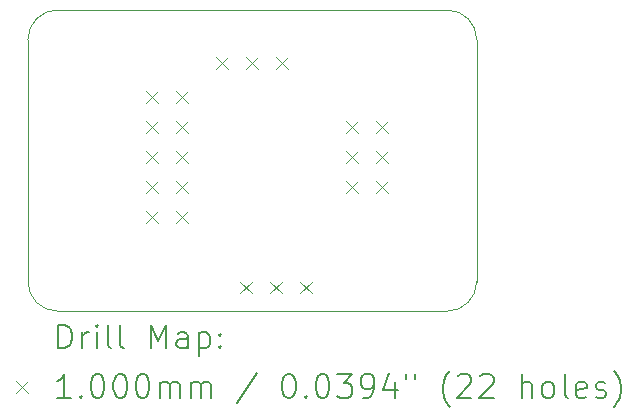
<source format=gbr>
%TF.GenerationSoftware,KiCad,Pcbnew,8.0.5-8.0.5-0~ubuntu20.04.1*%
%TF.CreationDate,2025-01-24T13:48:23+00:00*%
%TF.ProjectId,wchlinke-tagconnect,7763686c-696e-46b6-952d-746167636f6e,rev?*%
%TF.SameCoordinates,Original*%
%TF.FileFunction,Drillmap*%
%TF.FilePolarity,Positive*%
%FSLAX45Y45*%
G04 Gerber Fmt 4.5, Leading zero omitted, Abs format (unit mm)*
G04 Created by KiCad (PCBNEW 8.0.5-8.0.5-0~ubuntu20.04.1) date 2025-01-24 13:48:23*
%MOMM*%
%LPD*%
G01*
G04 APERTURE LIST*
%ADD10C,0.050000*%
%ADD11C,0.200000*%
%ADD12C,0.100000*%
G04 APERTURE END LIST*
D10*
X2750000Y-5300000D02*
G75*
G02*
X2500000Y-5050000I0J250000D01*
G01*
X2500000Y-3000000D02*
G75*
G02*
X2750000Y-2750000I250000J0D01*
G01*
X2500000Y-5050000D02*
X2500000Y-3000000D01*
X2750000Y-5300000D02*
X6050000Y-5300000D01*
X6300000Y-5050000D02*
X6300000Y-3000000D01*
X6300000Y-5050000D02*
G75*
G02*
X6050000Y-5300000I-250000J0D01*
G01*
X6050000Y-2750000D02*
X2750000Y-2750000D01*
X6050000Y-2750000D02*
G75*
G02*
X6300000Y-3000000I0J-250000D01*
G01*
D11*
D12*
X3500000Y-3434000D02*
X3600000Y-3534000D01*
X3600000Y-3434000D02*
X3500000Y-3534000D01*
X3500000Y-3688000D02*
X3600000Y-3788000D01*
X3600000Y-3688000D02*
X3500000Y-3788000D01*
X3500000Y-3942000D02*
X3600000Y-4042000D01*
X3600000Y-3942000D02*
X3500000Y-4042000D01*
X3500000Y-4196000D02*
X3600000Y-4296000D01*
X3600000Y-4196000D02*
X3500000Y-4296000D01*
X3500000Y-4450000D02*
X3600000Y-4550000D01*
X3600000Y-4450000D02*
X3500000Y-4550000D01*
X3754000Y-3434000D02*
X3854000Y-3534000D01*
X3854000Y-3434000D02*
X3754000Y-3534000D01*
X3754000Y-3688000D02*
X3854000Y-3788000D01*
X3854000Y-3688000D02*
X3754000Y-3788000D01*
X3754000Y-3942000D02*
X3854000Y-4042000D01*
X3854000Y-3942000D02*
X3754000Y-4042000D01*
X3754000Y-4196000D02*
X3854000Y-4296000D01*
X3854000Y-4196000D02*
X3754000Y-4296000D01*
X3754000Y-4450000D02*
X3854000Y-4550000D01*
X3854000Y-4450000D02*
X3754000Y-4550000D01*
X4092000Y-3150000D02*
X4192000Y-3250000D01*
X4192000Y-3150000D02*
X4092000Y-3250000D01*
X4296000Y-5050000D02*
X4396000Y-5150000D01*
X4396000Y-5050000D02*
X4296000Y-5150000D01*
X4346000Y-3150000D02*
X4446000Y-3250000D01*
X4446000Y-3150000D02*
X4346000Y-3250000D01*
X4550000Y-5050000D02*
X4650000Y-5150000D01*
X4650000Y-5050000D02*
X4550000Y-5150000D01*
X4600000Y-3150000D02*
X4700000Y-3250000D01*
X4700000Y-3150000D02*
X4600000Y-3250000D01*
X4804000Y-5050000D02*
X4904000Y-5150000D01*
X4904000Y-5050000D02*
X4804000Y-5150000D01*
X5196000Y-3692000D02*
X5296000Y-3792000D01*
X5296000Y-3692000D02*
X5196000Y-3792000D01*
X5196000Y-3946000D02*
X5296000Y-4046000D01*
X5296000Y-3946000D02*
X5196000Y-4046000D01*
X5196000Y-4200000D02*
X5296000Y-4300000D01*
X5296000Y-4200000D02*
X5196000Y-4300000D01*
X5450000Y-3692000D02*
X5550000Y-3792000D01*
X5550000Y-3692000D02*
X5450000Y-3792000D01*
X5450000Y-3946000D02*
X5550000Y-4046000D01*
X5550000Y-3946000D02*
X5450000Y-4046000D01*
X5450000Y-4200000D02*
X5550000Y-4300000D01*
X5550000Y-4200000D02*
X5450000Y-4300000D01*
D11*
X2758277Y-5613984D02*
X2758277Y-5413984D01*
X2758277Y-5413984D02*
X2805896Y-5413984D01*
X2805896Y-5413984D02*
X2834467Y-5423508D01*
X2834467Y-5423508D02*
X2853515Y-5442555D01*
X2853515Y-5442555D02*
X2863039Y-5461603D01*
X2863039Y-5461603D02*
X2872562Y-5499698D01*
X2872562Y-5499698D02*
X2872562Y-5528270D01*
X2872562Y-5528270D02*
X2863039Y-5566365D01*
X2863039Y-5566365D02*
X2853515Y-5585412D01*
X2853515Y-5585412D02*
X2834467Y-5604460D01*
X2834467Y-5604460D02*
X2805896Y-5613984D01*
X2805896Y-5613984D02*
X2758277Y-5613984D01*
X2958277Y-5613984D02*
X2958277Y-5480650D01*
X2958277Y-5518746D02*
X2967801Y-5499698D01*
X2967801Y-5499698D02*
X2977324Y-5490174D01*
X2977324Y-5490174D02*
X2996372Y-5480650D01*
X2996372Y-5480650D02*
X3015420Y-5480650D01*
X3082086Y-5613984D02*
X3082086Y-5480650D01*
X3082086Y-5413984D02*
X3072562Y-5423508D01*
X3072562Y-5423508D02*
X3082086Y-5433031D01*
X3082086Y-5433031D02*
X3091610Y-5423508D01*
X3091610Y-5423508D02*
X3082086Y-5413984D01*
X3082086Y-5413984D02*
X3082086Y-5433031D01*
X3205896Y-5613984D02*
X3186848Y-5604460D01*
X3186848Y-5604460D02*
X3177324Y-5585412D01*
X3177324Y-5585412D02*
X3177324Y-5413984D01*
X3310658Y-5613984D02*
X3291610Y-5604460D01*
X3291610Y-5604460D02*
X3282086Y-5585412D01*
X3282086Y-5585412D02*
X3282086Y-5413984D01*
X3539229Y-5613984D02*
X3539229Y-5413984D01*
X3539229Y-5413984D02*
X3605896Y-5556841D01*
X3605896Y-5556841D02*
X3672562Y-5413984D01*
X3672562Y-5413984D02*
X3672562Y-5613984D01*
X3853515Y-5613984D02*
X3853515Y-5509222D01*
X3853515Y-5509222D02*
X3843991Y-5490174D01*
X3843991Y-5490174D02*
X3824943Y-5480650D01*
X3824943Y-5480650D02*
X3786848Y-5480650D01*
X3786848Y-5480650D02*
X3767801Y-5490174D01*
X3853515Y-5604460D02*
X3834467Y-5613984D01*
X3834467Y-5613984D02*
X3786848Y-5613984D01*
X3786848Y-5613984D02*
X3767801Y-5604460D01*
X3767801Y-5604460D02*
X3758277Y-5585412D01*
X3758277Y-5585412D02*
X3758277Y-5566365D01*
X3758277Y-5566365D02*
X3767801Y-5547317D01*
X3767801Y-5547317D02*
X3786848Y-5537793D01*
X3786848Y-5537793D02*
X3834467Y-5537793D01*
X3834467Y-5537793D02*
X3853515Y-5528270D01*
X3948753Y-5480650D02*
X3948753Y-5680650D01*
X3948753Y-5490174D02*
X3967801Y-5480650D01*
X3967801Y-5480650D02*
X4005896Y-5480650D01*
X4005896Y-5480650D02*
X4024943Y-5490174D01*
X4024943Y-5490174D02*
X4034467Y-5499698D01*
X4034467Y-5499698D02*
X4043991Y-5518746D01*
X4043991Y-5518746D02*
X4043991Y-5575889D01*
X4043991Y-5575889D02*
X4034467Y-5594936D01*
X4034467Y-5594936D02*
X4024943Y-5604460D01*
X4024943Y-5604460D02*
X4005896Y-5613984D01*
X4005896Y-5613984D02*
X3967801Y-5613984D01*
X3967801Y-5613984D02*
X3948753Y-5604460D01*
X4129705Y-5594936D02*
X4139229Y-5604460D01*
X4139229Y-5604460D02*
X4129705Y-5613984D01*
X4129705Y-5613984D02*
X4120182Y-5604460D01*
X4120182Y-5604460D02*
X4129705Y-5594936D01*
X4129705Y-5594936D02*
X4129705Y-5613984D01*
X4129705Y-5490174D02*
X4139229Y-5499698D01*
X4139229Y-5499698D02*
X4129705Y-5509222D01*
X4129705Y-5509222D02*
X4120182Y-5499698D01*
X4120182Y-5499698D02*
X4129705Y-5490174D01*
X4129705Y-5490174D02*
X4129705Y-5509222D01*
D12*
X2397500Y-5892500D02*
X2497500Y-5992500D01*
X2497500Y-5892500D02*
X2397500Y-5992500D01*
D11*
X2863039Y-6033984D02*
X2748753Y-6033984D01*
X2805896Y-6033984D02*
X2805896Y-5833984D01*
X2805896Y-5833984D02*
X2786848Y-5862555D01*
X2786848Y-5862555D02*
X2767801Y-5881603D01*
X2767801Y-5881603D02*
X2748753Y-5891127D01*
X2948753Y-6014936D02*
X2958277Y-6024460D01*
X2958277Y-6024460D02*
X2948753Y-6033984D01*
X2948753Y-6033984D02*
X2939229Y-6024460D01*
X2939229Y-6024460D02*
X2948753Y-6014936D01*
X2948753Y-6014936D02*
X2948753Y-6033984D01*
X3082086Y-5833984D02*
X3101134Y-5833984D01*
X3101134Y-5833984D02*
X3120182Y-5843508D01*
X3120182Y-5843508D02*
X3129705Y-5853031D01*
X3129705Y-5853031D02*
X3139229Y-5872079D01*
X3139229Y-5872079D02*
X3148753Y-5910174D01*
X3148753Y-5910174D02*
X3148753Y-5957793D01*
X3148753Y-5957793D02*
X3139229Y-5995888D01*
X3139229Y-5995888D02*
X3129705Y-6014936D01*
X3129705Y-6014936D02*
X3120182Y-6024460D01*
X3120182Y-6024460D02*
X3101134Y-6033984D01*
X3101134Y-6033984D02*
X3082086Y-6033984D01*
X3082086Y-6033984D02*
X3063039Y-6024460D01*
X3063039Y-6024460D02*
X3053515Y-6014936D01*
X3053515Y-6014936D02*
X3043991Y-5995888D01*
X3043991Y-5995888D02*
X3034467Y-5957793D01*
X3034467Y-5957793D02*
X3034467Y-5910174D01*
X3034467Y-5910174D02*
X3043991Y-5872079D01*
X3043991Y-5872079D02*
X3053515Y-5853031D01*
X3053515Y-5853031D02*
X3063039Y-5843508D01*
X3063039Y-5843508D02*
X3082086Y-5833984D01*
X3272562Y-5833984D02*
X3291610Y-5833984D01*
X3291610Y-5833984D02*
X3310658Y-5843508D01*
X3310658Y-5843508D02*
X3320182Y-5853031D01*
X3320182Y-5853031D02*
X3329705Y-5872079D01*
X3329705Y-5872079D02*
X3339229Y-5910174D01*
X3339229Y-5910174D02*
X3339229Y-5957793D01*
X3339229Y-5957793D02*
X3329705Y-5995888D01*
X3329705Y-5995888D02*
X3320182Y-6014936D01*
X3320182Y-6014936D02*
X3310658Y-6024460D01*
X3310658Y-6024460D02*
X3291610Y-6033984D01*
X3291610Y-6033984D02*
X3272562Y-6033984D01*
X3272562Y-6033984D02*
X3253515Y-6024460D01*
X3253515Y-6024460D02*
X3243991Y-6014936D01*
X3243991Y-6014936D02*
X3234467Y-5995888D01*
X3234467Y-5995888D02*
X3224943Y-5957793D01*
X3224943Y-5957793D02*
X3224943Y-5910174D01*
X3224943Y-5910174D02*
X3234467Y-5872079D01*
X3234467Y-5872079D02*
X3243991Y-5853031D01*
X3243991Y-5853031D02*
X3253515Y-5843508D01*
X3253515Y-5843508D02*
X3272562Y-5833984D01*
X3463039Y-5833984D02*
X3482086Y-5833984D01*
X3482086Y-5833984D02*
X3501134Y-5843508D01*
X3501134Y-5843508D02*
X3510658Y-5853031D01*
X3510658Y-5853031D02*
X3520182Y-5872079D01*
X3520182Y-5872079D02*
X3529705Y-5910174D01*
X3529705Y-5910174D02*
X3529705Y-5957793D01*
X3529705Y-5957793D02*
X3520182Y-5995888D01*
X3520182Y-5995888D02*
X3510658Y-6014936D01*
X3510658Y-6014936D02*
X3501134Y-6024460D01*
X3501134Y-6024460D02*
X3482086Y-6033984D01*
X3482086Y-6033984D02*
X3463039Y-6033984D01*
X3463039Y-6033984D02*
X3443991Y-6024460D01*
X3443991Y-6024460D02*
X3434467Y-6014936D01*
X3434467Y-6014936D02*
X3424943Y-5995888D01*
X3424943Y-5995888D02*
X3415420Y-5957793D01*
X3415420Y-5957793D02*
X3415420Y-5910174D01*
X3415420Y-5910174D02*
X3424943Y-5872079D01*
X3424943Y-5872079D02*
X3434467Y-5853031D01*
X3434467Y-5853031D02*
X3443991Y-5843508D01*
X3443991Y-5843508D02*
X3463039Y-5833984D01*
X3615420Y-6033984D02*
X3615420Y-5900650D01*
X3615420Y-5919698D02*
X3624943Y-5910174D01*
X3624943Y-5910174D02*
X3643991Y-5900650D01*
X3643991Y-5900650D02*
X3672563Y-5900650D01*
X3672563Y-5900650D02*
X3691610Y-5910174D01*
X3691610Y-5910174D02*
X3701134Y-5929222D01*
X3701134Y-5929222D02*
X3701134Y-6033984D01*
X3701134Y-5929222D02*
X3710658Y-5910174D01*
X3710658Y-5910174D02*
X3729705Y-5900650D01*
X3729705Y-5900650D02*
X3758277Y-5900650D01*
X3758277Y-5900650D02*
X3777324Y-5910174D01*
X3777324Y-5910174D02*
X3786848Y-5929222D01*
X3786848Y-5929222D02*
X3786848Y-6033984D01*
X3882086Y-6033984D02*
X3882086Y-5900650D01*
X3882086Y-5919698D02*
X3891610Y-5910174D01*
X3891610Y-5910174D02*
X3910658Y-5900650D01*
X3910658Y-5900650D02*
X3939229Y-5900650D01*
X3939229Y-5900650D02*
X3958277Y-5910174D01*
X3958277Y-5910174D02*
X3967801Y-5929222D01*
X3967801Y-5929222D02*
X3967801Y-6033984D01*
X3967801Y-5929222D02*
X3977324Y-5910174D01*
X3977324Y-5910174D02*
X3996372Y-5900650D01*
X3996372Y-5900650D02*
X4024943Y-5900650D01*
X4024943Y-5900650D02*
X4043991Y-5910174D01*
X4043991Y-5910174D02*
X4053515Y-5929222D01*
X4053515Y-5929222D02*
X4053515Y-6033984D01*
X4443991Y-5824460D02*
X4272563Y-6081603D01*
X4701134Y-5833984D02*
X4720182Y-5833984D01*
X4720182Y-5833984D02*
X4739229Y-5843508D01*
X4739229Y-5843508D02*
X4748753Y-5853031D01*
X4748753Y-5853031D02*
X4758277Y-5872079D01*
X4758277Y-5872079D02*
X4767801Y-5910174D01*
X4767801Y-5910174D02*
X4767801Y-5957793D01*
X4767801Y-5957793D02*
X4758277Y-5995888D01*
X4758277Y-5995888D02*
X4748753Y-6014936D01*
X4748753Y-6014936D02*
X4739229Y-6024460D01*
X4739229Y-6024460D02*
X4720182Y-6033984D01*
X4720182Y-6033984D02*
X4701134Y-6033984D01*
X4701134Y-6033984D02*
X4682087Y-6024460D01*
X4682087Y-6024460D02*
X4672563Y-6014936D01*
X4672563Y-6014936D02*
X4663039Y-5995888D01*
X4663039Y-5995888D02*
X4653515Y-5957793D01*
X4653515Y-5957793D02*
X4653515Y-5910174D01*
X4653515Y-5910174D02*
X4663039Y-5872079D01*
X4663039Y-5872079D02*
X4672563Y-5853031D01*
X4672563Y-5853031D02*
X4682087Y-5843508D01*
X4682087Y-5843508D02*
X4701134Y-5833984D01*
X4853515Y-6014936D02*
X4863039Y-6024460D01*
X4863039Y-6024460D02*
X4853515Y-6033984D01*
X4853515Y-6033984D02*
X4843991Y-6024460D01*
X4843991Y-6024460D02*
X4853515Y-6014936D01*
X4853515Y-6014936D02*
X4853515Y-6033984D01*
X4986848Y-5833984D02*
X5005896Y-5833984D01*
X5005896Y-5833984D02*
X5024944Y-5843508D01*
X5024944Y-5843508D02*
X5034468Y-5853031D01*
X5034468Y-5853031D02*
X5043991Y-5872079D01*
X5043991Y-5872079D02*
X5053515Y-5910174D01*
X5053515Y-5910174D02*
X5053515Y-5957793D01*
X5053515Y-5957793D02*
X5043991Y-5995888D01*
X5043991Y-5995888D02*
X5034468Y-6014936D01*
X5034468Y-6014936D02*
X5024944Y-6024460D01*
X5024944Y-6024460D02*
X5005896Y-6033984D01*
X5005896Y-6033984D02*
X4986848Y-6033984D01*
X4986848Y-6033984D02*
X4967801Y-6024460D01*
X4967801Y-6024460D02*
X4958277Y-6014936D01*
X4958277Y-6014936D02*
X4948753Y-5995888D01*
X4948753Y-5995888D02*
X4939229Y-5957793D01*
X4939229Y-5957793D02*
X4939229Y-5910174D01*
X4939229Y-5910174D02*
X4948753Y-5872079D01*
X4948753Y-5872079D02*
X4958277Y-5853031D01*
X4958277Y-5853031D02*
X4967801Y-5843508D01*
X4967801Y-5843508D02*
X4986848Y-5833984D01*
X5120182Y-5833984D02*
X5243991Y-5833984D01*
X5243991Y-5833984D02*
X5177325Y-5910174D01*
X5177325Y-5910174D02*
X5205896Y-5910174D01*
X5205896Y-5910174D02*
X5224944Y-5919698D01*
X5224944Y-5919698D02*
X5234468Y-5929222D01*
X5234468Y-5929222D02*
X5243991Y-5948269D01*
X5243991Y-5948269D02*
X5243991Y-5995888D01*
X5243991Y-5995888D02*
X5234468Y-6014936D01*
X5234468Y-6014936D02*
X5224944Y-6024460D01*
X5224944Y-6024460D02*
X5205896Y-6033984D01*
X5205896Y-6033984D02*
X5148753Y-6033984D01*
X5148753Y-6033984D02*
X5129706Y-6024460D01*
X5129706Y-6024460D02*
X5120182Y-6014936D01*
X5339229Y-6033984D02*
X5377325Y-6033984D01*
X5377325Y-6033984D02*
X5396372Y-6024460D01*
X5396372Y-6024460D02*
X5405896Y-6014936D01*
X5405896Y-6014936D02*
X5424944Y-5986365D01*
X5424944Y-5986365D02*
X5434468Y-5948269D01*
X5434468Y-5948269D02*
X5434468Y-5872079D01*
X5434468Y-5872079D02*
X5424944Y-5853031D01*
X5424944Y-5853031D02*
X5415420Y-5843508D01*
X5415420Y-5843508D02*
X5396372Y-5833984D01*
X5396372Y-5833984D02*
X5358277Y-5833984D01*
X5358277Y-5833984D02*
X5339229Y-5843508D01*
X5339229Y-5843508D02*
X5329706Y-5853031D01*
X5329706Y-5853031D02*
X5320182Y-5872079D01*
X5320182Y-5872079D02*
X5320182Y-5919698D01*
X5320182Y-5919698D02*
X5329706Y-5938746D01*
X5329706Y-5938746D02*
X5339229Y-5948269D01*
X5339229Y-5948269D02*
X5358277Y-5957793D01*
X5358277Y-5957793D02*
X5396372Y-5957793D01*
X5396372Y-5957793D02*
X5415420Y-5948269D01*
X5415420Y-5948269D02*
X5424944Y-5938746D01*
X5424944Y-5938746D02*
X5434468Y-5919698D01*
X5605896Y-5900650D02*
X5605896Y-6033984D01*
X5558277Y-5824460D02*
X5510658Y-5967317D01*
X5510658Y-5967317D02*
X5634467Y-5967317D01*
X5701134Y-5833984D02*
X5701134Y-5872079D01*
X5777325Y-5833984D02*
X5777325Y-5872079D01*
X6072563Y-6110174D02*
X6063039Y-6100650D01*
X6063039Y-6100650D02*
X6043991Y-6072079D01*
X6043991Y-6072079D02*
X6034468Y-6053031D01*
X6034468Y-6053031D02*
X6024944Y-6024460D01*
X6024944Y-6024460D02*
X6015420Y-5976841D01*
X6015420Y-5976841D02*
X6015420Y-5938746D01*
X6015420Y-5938746D02*
X6024944Y-5891127D01*
X6024944Y-5891127D02*
X6034468Y-5862555D01*
X6034468Y-5862555D02*
X6043991Y-5843508D01*
X6043991Y-5843508D02*
X6063039Y-5814936D01*
X6063039Y-5814936D02*
X6072563Y-5805412D01*
X6139229Y-5853031D02*
X6148753Y-5843508D01*
X6148753Y-5843508D02*
X6167801Y-5833984D01*
X6167801Y-5833984D02*
X6215420Y-5833984D01*
X6215420Y-5833984D02*
X6234468Y-5843508D01*
X6234468Y-5843508D02*
X6243991Y-5853031D01*
X6243991Y-5853031D02*
X6253515Y-5872079D01*
X6253515Y-5872079D02*
X6253515Y-5891127D01*
X6253515Y-5891127D02*
X6243991Y-5919698D01*
X6243991Y-5919698D02*
X6129706Y-6033984D01*
X6129706Y-6033984D02*
X6253515Y-6033984D01*
X6329706Y-5853031D02*
X6339229Y-5843508D01*
X6339229Y-5843508D02*
X6358277Y-5833984D01*
X6358277Y-5833984D02*
X6405896Y-5833984D01*
X6405896Y-5833984D02*
X6424944Y-5843508D01*
X6424944Y-5843508D02*
X6434468Y-5853031D01*
X6434468Y-5853031D02*
X6443991Y-5872079D01*
X6443991Y-5872079D02*
X6443991Y-5891127D01*
X6443991Y-5891127D02*
X6434468Y-5919698D01*
X6434468Y-5919698D02*
X6320182Y-6033984D01*
X6320182Y-6033984D02*
X6443991Y-6033984D01*
X6682087Y-6033984D02*
X6682087Y-5833984D01*
X6767801Y-6033984D02*
X6767801Y-5929222D01*
X6767801Y-5929222D02*
X6758277Y-5910174D01*
X6758277Y-5910174D02*
X6739230Y-5900650D01*
X6739230Y-5900650D02*
X6710658Y-5900650D01*
X6710658Y-5900650D02*
X6691610Y-5910174D01*
X6691610Y-5910174D02*
X6682087Y-5919698D01*
X6891610Y-6033984D02*
X6872563Y-6024460D01*
X6872563Y-6024460D02*
X6863039Y-6014936D01*
X6863039Y-6014936D02*
X6853515Y-5995888D01*
X6853515Y-5995888D02*
X6853515Y-5938746D01*
X6853515Y-5938746D02*
X6863039Y-5919698D01*
X6863039Y-5919698D02*
X6872563Y-5910174D01*
X6872563Y-5910174D02*
X6891610Y-5900650D01*
X6891610Y-5900650D02*
X6920182Y-5900650D01*
X6920182Y-5900650D02*
X6939230Y-5910174D01*
X6939230Y-5910174D02*
X6948753Y-5919698D01*
X6948753Y-5919698D02*
X6958277Y-5938746D01*
X6958277Y-5938746D02*
X6958277Y-5995888D01*
X6958277Y-5995888D02*
X6948753Y-6014936D01*
X6948753Y-6014936D02*
X6939230Y-6024460D01*
X6939230Y-6024460D02*
X6920182Y-6033984D01*
X6920182Y-6033984D02*
X6891610Y-6033984D01*
X7072563Y-6033984D02*
X7053515Y-6024460D01*
X7053515Y-6024460D02*
X7043991Y-6005412D01*
X7043991Y-6005412D02*
X7043991Y-5833984D01*
X7224944Y-6024460D02*
X7205896Y-6033984D01*
X7205896Y-6033984D02*
X7167801Y-6033984D01*
X7167801Y-6033984D02*
X7148753Y-6024460D01*
X7148753Y-6024460D02*
X7139230Y-6005412D01*
X7139230Y-6005412D02*
X7139230Y-5929222D01*
X7139230Y-5929222D02*
X7148753Y-5910174D01*
X7148753Y-5910174D02*
X7167801Y-5900650D01*
X7167801Y-5900650D02*
X7205896Y-5900650D01*
X7205896Y-5900650D02*
X7224944Y-5910174D01*
X7224944Y-5910174D02*
X7234468Y-5929222D01*
X7234468Y-5929222D02*
X7234468Y-5948269D01*
X7234468Y-5948269D02*
X7139230Y-5967317D01*
X7310658Y-6024460D02*
X7329706Y-6033984D01*
X7329706Y-6033984D02*
X7367801Y-6033984D01*
X7367801Y-6033984D02*
X7386849Y-6024460D01*
X7386849Y-6024460D02*
X7396372Y-6005412D01*
X7396372Y-6005412D02*
X7396372Y-5995888D01*
X7396372Y-5995888D02*
X7386849Y-5976841D01*
X7386849Y-5976841D02*
X7367801Y-5967317D01*
X7367801Y-5967317D02*
X7339230Y-5967317D01*
X7339230Y-5967317D02*
X7320182Y-5957793D01*
X7320182Y-5957793D02*
X7310658Y-5938746D01*
X7310658Y-5938746D02*
X7310658Y-5929222D01*
X7310658Y-5929222D02*
X7320182Y-5910174D01*
X7320182Y-5910174D02*
X7339230Y-5900650D01*
X7339230Y-5900650D02*
X7367801Y-5900650D01*
X7367801Y-5900650D02*
X7386849Y-5910174D01*
X7463039Y-6110174D02*
X7472563Y-6100650D01*
X7472563Y-6100650D02*
X7491611Y-6072079D01*
X7491611Y-6072079D02*
X7501134Y-6053031D01*
X7501134Y-6053031D02*
X7510658Y-6024460D01*
X7510658Y-6024460D02*
X7520182Y-5976841D01*
X7520182Y-5976841D02*
X7520182Y-5938746D01*
X7520182Y-5938746D02*
X7510658Y-5891127D01*
X7510658Y-5891127D02*
X7501134Y-5862555D01*
X7501134Y-5862555D02*
X7491611Y-5843508D01*
X7491611Y-5843508D02*
X7472563Y-5814936D01*
X7472563Y-5814936D02*
X7463039Y-5805412D01*
M02*

</source>
